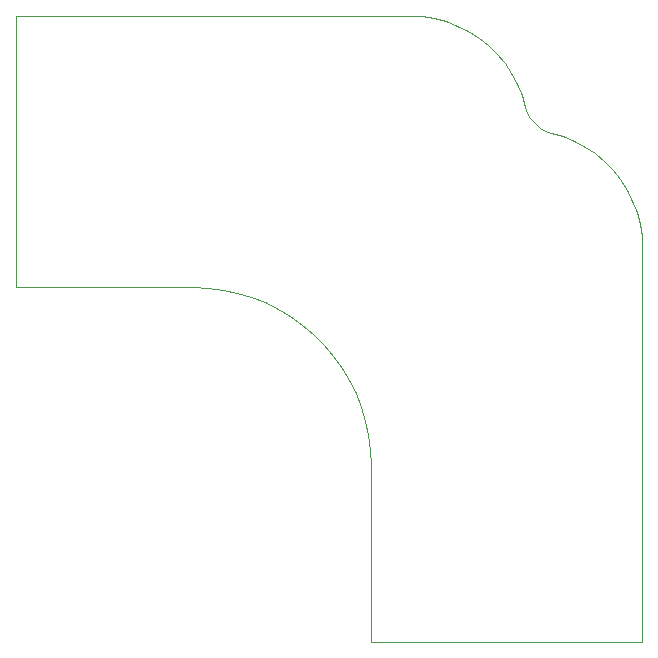
<source format=gko>
G04 Layer_Color=16711935*
%FSAX25Y25*%
%MOIN*%
G70*
G01*
G75*
%ADD46C,0.00394*%
D46*
X0191527Y0248831D02*
X0193585Y0248138D01*
X0189630Y0249890D02*
X0191527Y0248831D01*
X0187959Y0251278D02*
X0189630Y0249890D01*
X0186571Y0252949D02*
X0187959Y0251278D01*
X0185512Y0254846D02*
X0186571Y0252949D01*
X0184819Y0256904D02*
X0185512Y0254846D01*
X0183683Y0260792D02*
X0184819Y0256904D01*
X0182153Y0264542D02*
X0183683Y0260792D01*
X0180247Y0268115D02*
X0182153Y0264542D01*
X0177983Y0271474D02*
X0180247Y0268115D01*
X0175386Y0274582D02*
X0177983Y0271474D01*
X0172484Y0277407D02*
X0175386Y0274582D01*
X0169307Y0279918D02*
X0172484Y0277407D01*
X0165888Y0282090D02*
X0169307Y0279918D01*
X0162265Y0283900D02*
X0165888Y0282090D01*
X0158475Y0285327D02*
X0162265Y0283900D01*
X0154558Y0286358D02*
X0158475Y0285327D01*
X0150556Y0286981D02*
X0154558Y0286358D01*
X0146511Y0287189D02*
X0150556Y0286981D01*
X0015209Y0287189D02*
X0146511D01*
X0015209Y0196638D02*
Y0287189D01*
Y0196638D02*
X0074264D01*
X0079141Y0196436D01*
X0083984Y0195832D01*
X0088761Y0194831D01*
X0093439Y0193438D01*
X0097986Y0191664D01*
X0102371Y0189520D01*
X0106564Y0187022D01*
X0110536Y0184185D01*
X0114261Y0181031D01*
X0117712Y0177580D01*
X0120867Y0173855D01*
X0123703Y0169883D01*
X0126201Y0165690D01*
X0128345Y0161305D01*
X0130119Y0156758D01*
X0131512Y0152080D01*
X0132513Y0147303D01*
X0133117Y0142459D01*
X0133319Y0137583D01*
Y0078527D02*
Y0137583D01*
Y0078527D02*
X0223870D01*
Y0209830D01*
X0223662Y0213875D02*
X0223870Y0209830D01*
X0223039Y0217877D02*
X0223662Y0213875D01*
X0222008Y0221794D02*
X0223039Y0217877D01*
X0220581Y0225584D02*
X0222008Y0221794D01*
X0218772Y0229207D02*
X0220581Y0225584D01*
X0216599Y0232626D02*
X0218772Y0229207D01*
X0214088Y0235803D02*
X0216599Y0232626D01*
X0211263Y0238705D02*
X0214088Y0235803D01*
X0208155Y0241302D02*
X0211263Y0238705D01*
X0204796Y0243565D02*
X0208155Y0241302D01*
X0201223Y0245472D02*
X0204796Y0243565D01*
X0197473Y0247002D02*
X0201223Y0245472D01*
X0193585Y0248138D02*
X0197473Y0247002D01*
M02*

</source>
